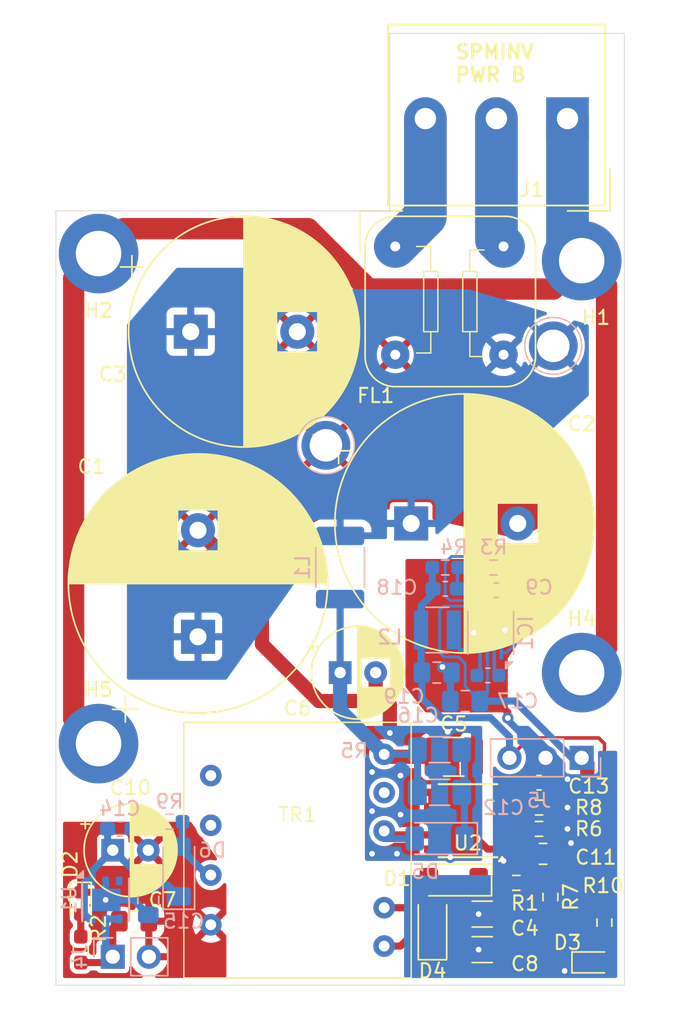
<source format=kicad_pcb>
(kicad_pcb (version 20240108) (generator "pcbnew") (generator_version "8.0")
  (title_block (title "SPMINV Power") (date "2024-11-10") (rev "B") (company "EAX Labs"))
  (layers (0 "F.Cu" signal) (31 "B.Cu" signal) (34 "B.Paste" user) (35 "F.Paste" user) (36 "B.SilkS" user "B.Silkscreen") (37 "F.SilkS" user "F.Silkscreen") (38 "B.Mask" user) (39 "F.Mask" user) (44 "Edge.Cuts" user))
  (net 0 "")
  (net 1 "Net-(J1-Pin_1)")
  (net 2 "Net-(J1-Pin_3)")
  (net 3 "Net-(J1-Pin_2)")
  (net 4 "GND")
  (net 5 "/PW_HV")
  (net 6 "/PW_SNUB")
  (net 7 "/SE_POS")
  (net 8 "Net-(C14-Pad1)")
  (net 9 "/PW_DRAIN")
  (net 10 "/SE_TC")
  (net 12 "Net-(U2-VCC)")
  (net 13 "Net-(U2-COMP)")
  (net 14 "Net-(U2-LIM)")
  (net 15 "Net-(U2-FB)")
  (net 16 "Net-(D1-K)")
  (net 17 "Net-(D1-A)")
  (net 19 "GND2")
  (net 21 "Net-(J4-Pin_1)")
  (net 22 "Net-(D2-A)")
  (net 23 "/VM")
  (net 24 "Net-(IC1-MODE)")
  (net 25 "Net-(IC1-FB)")
  (net 26 "/3V3")
  (net 27 "Net-(IC1-PHASE)")
  (net 29 "Net-(IC1-BOOT)")
  (net 30 "/15V")
  (net 31 "Net-(D3-A)")
  (footprint "Capacitor_SMD:C_1210_3225Metric" (layer "F.Cu") (at 128 100.925)
    (property "Reference" "C5" (at 0 -2.3 0) (layer "F.SilkS"))
    (property "Value" "100nF/630V")
    (pad "1" smd roundrect (at -1.475 0) (size 1.15 2.7) (layers "F.Cu" "F.Paste" "F.Mask") (roundrect_rratio 0.217391) (net 5 "/PW_HV"))
    (pad "2" smd roundrect (at 1.475 0) (size 1.15 2.7) (layers "F.Cu" "F.Paste" "F.Mask") (roundrect_rratio 0.217391) (net 4 "GND"))
  )
  (footprint "Resistor_SMD:R_0603_1608Metric_Pad0.98x0.95mm_HandSolder" (layer "F.Cu") (at 134 106)
    (property "Reference" "R6" (at 3.5 0 0) (layer "F.SilkS"))
    (property "Value" "4.7k")
    (pad "1" smd roundrect (at -0.9125 0) (size 0.975 0.95) (layers "F.Cu" "F.Paste" "F.Mask") (net 14 "Net-(U2-LIM)"))
    (pad "2" smd roundrect (at 0.9125 0) (size 0.975 0.95) (layers "F.Cu" "F.Paste" "F.Mask") (net 4 "GND"))
  )
  (footprint "Resistor_SMD:R_0603_1608Metric_Pad0.98x0.95mm_HandSolder" (layer "F.Cu") (at 138.6 112.6 -90)
    (property "Reference" "R10" (at -2.6 0.1 180) (layer "F.SilkS"))
    (property "Value" "1k")
    (pad "1" smd roundrect (at -0.9125 0 270) (size 0.975 0.95) (layers "F.Cu" "F.Paste" "F.Mask") (net 26 "/3V3"))
    (pad "2" smd roundrect (at 0.9125 0 270) (size 0.975 0.95) (layers "F.Cu" "F.Paste" "F.Mask") (net 31 "Net-(D3-A)"))
  )
  (footprint "Capacitor_SMD:C_0805_2012Metric_Pad1.18x1.45mm_HandSolder" (layer "F.Cu") (at 134.285642 107.759121)
    (property "Reference" "C11" (at 3.714358 0.240879 0) (layer "F.SilkS"))
    (property "Value" "4.7uF/25V")
    (pad "1" smd roundrect (at -1.0375 0) (size 1.175 1.45) (layers "F.Cu" "F.Paste" "F.Mask") (roundrect_rratio 0.212766) (net 12 "Net-(U2-VCC)"))
    (pad "2" smd roundrect (at 1.0375 0) (size 1.175 1.45) (layers "F.Cu" "F.Paste" "F.Mask") (roundrect_rratio 0.212766) (net 4 "GND"))
  )
  (footprint "Package_SO:SSOP-10_3.9x4.9mm_P1.00mm" (layer "F.Cu") (at 129 105.425 180)
    (property "Reference" "U2" (at 0 -1.575 0) (layer "F.SilkS"))
    (property "Value" "NCP1060AD")
    (pad "1" smd rect (at -2.55 -2 180) (size 1.1 0.51) (layers "F.Cu" "F.Paste" "F.Mask") (net 4 "GND"))
    (pad "2" smd rect (at -2.55 -1 180) (size 1.1 0.51) (layers "F.Cu" "F.Paste" "F.Mask") (net 12 "Net-(U2-VCC)"))
    (pad "3" smd rect (at -2.55 0 180) (size 1.1 0.51) (layers "F.Cu" "F.Paste" "F.Mask") (net 14 "Net-(U2-LIM)"))
    (pad "4" smd rect (at -2.55 1 180) (size 1.1 0.51) (layers "F.Cu" "F.Paste" "F.Mask") (net 15 "Net-(U2-FB)"))
    (pad "5" smd rect (at -2.55 2 180) (size 1.1 0.51) (layers "F.Cu" "F.Paste" "F.Mask") (net 13 "Net-(U2-COMP)"))
    (pad "6" smd rect (at 2.55 2 180) (size 1.1 0.51) (layers "F.Cu" "F.Paste" "F.Mask") (net 9 "/PW_DRAIN"))
    (pad "7" smd rect (at 2.55 1 180) (size 1.1 0.51) (layers "F.Cu" "F.Paste" "F.Mask") (net 9 "/PW_DRAIN"))
    (pad "8" smd rect (at 2.55 0 180) (size 1.1 0.51) (layers "F.Cu" "F.Paste" "F.Mask") (net 9 "/PW_DRAIN"))
    (pad "9" smd rect (at 2.55 -1 180) (size 1.1 0.51) (layers "F.Cu" "F.Paste" "F.Mask") (net 9 "/PW_DRAIN"))
    (pad "10" smd rect (at 2.55 -2 180) (size 1.1 0.51) (layers "F.Cu" "F.Paste" "F.Mask") (net 9 "/PW_DRAIN"))
  )
  (footprint "Capacitor_THT:CP_Radial_D6.3mm_P2.50mm" (layer "F.Cu") (at 120 95)
    (property "Reference" "C6" (at -3 2.5 0) (layer "F.SilkS"))
    (property "Value" "2.2uF/450V")
    (pad "1" thru_hole rect (at 0 0) (size 1.6 1.6) (drill 0.8) (layers "*.Cu" "*.Mask") (net 5 "/PW_HV"))
    (pad "2" thru_hole circle (at 2.5 0) (size 1.6 1.6) (drill 0.8) (layers "*.Cu" "*.Mask") (net 4 "GND"))
  )
  (footprint "LED_SMD:LED_0603_1608Metric" (layer "F.Cu") (at 101.75 111.25 -90)
    (property "Reference" "D2" (at -2.75 0.75 90) (layer "F.SilkS"))
    (property "Value" "LED")
    (pad "1" smd roundrect (at -0.7875 0 270) (size 0.875 0.95) (layers "F.Cu" "F.Paste" "F.Mask") (net 19 "GND2"))
    (pad "2" smd roundrect (at 0.7875 0 270) (size 0.875 0.95) (layers "F.Cu" "F.Paste" "F.Mask") (net 22 "Net-(D2-A)"))
  )
  (footprint "Resistor_SMD:R_0603_1608Metric_Pad0.98x0.95mm_HandSolder" (layer "F.Cu") (at 134 104.5)
    (property "Reference" "R8" (at 3.5 0 0) (layer "F.SilkS"))
    (property "Value" "1k")
    (pad "1" smd roundrect (at -0.9125 0) (size 0.975 0.95) (layers "F.Cu" "F.Paste" "F.Mask") (net 15 "Net-(U2-FB)"))
    (pad "2" smd roundrect (at 0.9125 0) (size 0.975 0.95) (layers "F.Cu" "F.Paste" "F.Mask") (net 4 "GND"))
  )
  (footprint "Diode_SMD:D_SOD-123F" (layer "F.Cu") (at 126.5 113 90)
    (property "Reference" "D4" (at -3 0 180) (layer "F.SilkS"))
    (property "Value" "PMEG6020ER")
    (pad "1" smd roundrect (at -1.4 0 90) (size 1.1 1.1) (layers "F.Cu" "F.Paste" "F.Mask") (roundrect_rratio 0.2272727273) (net 30 "/15V"))
    (pad "2" smd roundrect (at 1.4 0 90) (size 1.1 1.1) (layers "F.Cu" "F.Paste" "F.Mask") (roundrect_rratio 0.2272727273) (net 17 "Net-(D1-A)"))
  )
  (footprint "Diode_SMD:D_MiniMELF" (layer "F.Cu") (at 128 109.6 180)
    (property "Reference" "D1" (at 4 0.1 0) (layer "F.SilkS"))
    (property "Value" "1N4148")
    (pad "1" smd roundrect (at -1.75 0 180) (size 1.3 1.7) (layers "F.Cu" "F.Paste" "F.Mask") (roundrect_rratio 0.1923076923) (net 16 "Net-(D1-K)"))
    (pad "2" smd roundrect (at 1.75 0 180) (size 1.3 1.7) (layers "F.Cu" "F.Paste" "F.Mask") (roundrect_rratio 0.1923076923) (net 17 "Net-(D1-A)"))
  )
  (footprint "TerminalBlock_Altech:Altech_AK300_1x03_P5.00mm_45-Degree" (layer "F.Cu") (at 136 56 180)
    (property "Reference" "J1" (at 2.5 -5 0) (layer "F.SilkS"))
    (property "Value" "Screw_Terminal_01x03")
    (pad "1" thru_hole rect (at 0 0 180) (size 3 3) (drill 1.5) (layers "*.Cu" "*.Mask") (net 1 "Net-(J1-Pin_1)"))
    (pad "2" thru_hole circle (at 5 0 180) (size 3 3) (drill 1.5) (layers "*.Cu" "*.Mask") (net 3 "Net-(J1-Pin_2)"))
    (pad "3" thru_hole circle (at 10 0 180) (size 3 3) (drill 1.5) (layers "*.Cu" "*.Mask") (net 2 "Net-(J1-Pin_3)"))
  )
  (footprint "MountingHole:MountingHole_3.2mm_M3_DIN965_Pad_TopBottom" (layer "F.Cu") (at 103 100)
    (property "Reference" "H5" (at 0 -3.8 0) (layer "F.SilkS"))
    (property "Value" "MountingHole_Pad")
    (pad "1" thru_hole circle (at 0 0) (size 3.6 3.6) (drill 3.2) (layers "*.Cu" "*.Mask") (net 1 "Net-(J1-Pin_1)"))
    (pad "1" connect circle (at 0 0) (size 5.6 5.6) (layers "F.Cu" "F.Mask") (net 1 "Net-(J1-Pin_1)"))
    (pad "1" connect circle (at 0 0) (size 5.6 5.6) (layers "B.Cu" "B.Mask") (net 1 "Net-(J1-Pin_1)"))
  )
  (footprint "EAX:Myrra_74000" (layer "F.Cu") (at 117 107.5 180)
    (property "Reference" "TR1" (at 0 2.5 0) (layer "F.SilkS") (effects (font (thickness 0.1))))
    (property "Value" "74001")
    (pad "" thru_hole circle (at -6.1 4.05 180) (size 1.524 1.524) (drill 0.762) (layers "*.Cu" "*.Mask"))
    (pad "1" thru_hole circle (at -6.1 -6.75 180) (size 1.524 1.524) (drill 0.762) (layers "*.Cu" "*.Mask") (net 4 "GND"))
    (pad "2" thru_hole circle (at -6.1 -4.05 180) (size 1.524 1.524) (drill 0.762) (layers "*.Cu" "*.Mask") (net 17 "Net-(D1-A)"))
    (pad "3" thru_hole circle (at -6.1 1.35 180) (size 1.524 1.524) (drill 0.762) (layers "*.Cu" "*.Mask") (net 9 "/PW_DRAIN"))
    (pad "4" thru_hole circle (at -6.1 6.75 180) (size 1.524 1.524) (drill 0.762) (layers "*.Cu" "*.Mask") (net 5 "/PW_HV"))
    (pad "5" thru_hole circle (at 6.1 5.25 180) (size 1.524 1.524) (drill 0.762) (layers "*.Cu" "*.Mask"))
    (pad "6" thru_hole circle (at 6.1 1.75 180) (size 1.524 1.524) (drill 0.762) (layers "*.Cu" "*.Mask"))
    (pad "7" thru_hole circle (at 6.1 -1.75 180) (size 1.524 1.524) (drill 0.762) (layers "*.Cu" "*.Mask") (net 10 "/SE_TC"))
    (pad "8" thru_hole circle (at 6.1 -5.25 180) (size 1.524 1.524) (drill 0.762) (layers "*.Cu" "*.Mask") (net 19 "GND2"))
  )
  (footprint "Capacitor_SMD:C_0603_1608Metric_Pad1.08x0.95mm_HandSolder" (layer "F.Cu") (at 134 102.75)
    (property "Reference" "C13" (at 3.5 0.25 0) (layer "F.SilkS"))
    (property "Value" "10nF")
    (pad "1" smd roundrect (at -0.8625 0) (size 1.075 0.95) (layers "F.Cu" "F.Paste" "F.Mask") (net 13 "Net-(U2-COMP)"))
    (pad "2" smd roundrect (at 0.8625 0) (size 1.075 0.95) (layers "F.Cu" "F.Paste" "F.Mask") (net 4 "GND"))
  )
  (footprint "Resistor_SMD:R_0603_1608Metric_Pad0.98x0.95mm_HandSolder" (layer "F.Cu") (at 132.4 109.8 180)
    (property "Reference" "R1" (at -0.6 -1.43 0) (layer "F.SilkS"))
    (property "Value" "10R")
    (pad "1" smd roundrect (at -0.9125 0 180) (size 0.975 0.95) (layers "F.Cu" "F.Paste" "F.Mask") (net 12 "Net-(U2-VCC)"))
    (pad "2" smd roundrect (at 0.9125 0 180) (size 0.975 0.95) (layers "F.Cu" "F.Paste" "F.Mask") (net 16 "Net-(D1-K)"))
  )
  (footprint "Capacitor_THT:CP_Radial_D18.0mm_P7.50mm" (layer "F.Cu") (at 125 84.5)
    (property "Reference" "C2" (at 12 -7 0) (layer "F.SilkS"))
    (property "Value" "120uF/400V")
    (pad "1" thru_hole rect (at 0 0) (size 2.4 2.4) (drill 1.2) (layers "*.Cu" "*.Mask") (net 23 "/VM"))
    (pad "2" thru_hole circle (at 7.5 0) (size 2.4 2.4) (drill 1.2) (layers "*.Cu" "*.Mask") (net 4 "GND"))
  )
  (footprint "Capacitor_THT:CP_Radial_D18.0mm_P7.50mm" (layer "F.Cu") (at 110 92.47778 90)
    (property "Reference" "C1" (at 11.97778 -7.5 180) (layer "F.SilkS"))
    (property "Value" "120uF/400V")
    (pad "1" thru_hole rect (at 0 0 90) (size 2.4 2.4) (drill 1.2) (layers "*.Cu" "*.Mask") (net 23 "/VM"))
    (pad "2" thru_hole circle (at 7.5 0 90) (size 2.4 2.4) (drill 1.2) (layers "*.Cu" "*.Mask") (net 4 "GND"))
  )
  (footprint "Capacitor_THT:CP_Radial_D16.0mm_P7.50mm" (layer "F.Cu") (at 109.487246 71)
    (property "Reference" "C3" (at -5.487246 3 0) (layer "F.SilkS"))
    (property "Value" "100uF/400V")
    (pad "1" thru_hole rect (at 0 0) (size 2.4 2.4) (drill 1.2) (layers "*.Cu" "*.Mask") (net 23 "/VM"))
    (pad "2" thru_hole circle (at 7.5 0) (size 2.4 2.4) (drill 1.2) (layers "*.Cu" "*.Mask") (net 4 "GND"))
  )
  (footprint "EAX:Choke_common_12.0x12.0mm_P7.62" (layer "F.Cu") (at 123.88 65)
    (property "Reference" "FL1" (at -1.38 10.5 0) (layer "F.SilkS"))
    (property "Value" "L_Ferrite_Coupled_1243")
    (pad "1" thru_hole rect (at 0 0) (size 2 2) (drill 0.7) (layers "*.Cu" "*.Mask") (net 2 "Net-(J1-Pin_3)"))
    (pad "2" thru_hole circle (at 0 7.62) (size 2 2) (drill 0.7) (layers "*.Cu" "*.Mask") (net 4 "GND"))
    (pad "3" thru_hole circle (at 7.62 7.62) (size 2 2) (drill 0.7) (layers "*.Cu" "*.Mask") (net 23 "/VM"))
    (pad "4" thru_hole circle (at 7.62 0) (size 2 2) (drill 0.7) (layers "*.Cu" "*.Mask") (net 3 "Net-(J1-Pin_2)"))
  )
  (footprint "MountingHole:MountingHole_3.2mm_M3_DIN965_Pad_TopBottom" (layer "F.Cu") (at 103 65.5)
    (property "Reference" "H2" (at 0 4 0) (layer "F.SilkS"))
    (property "Value" "MountingHole_Pad")
    (pad "1" thru_hole circle (at 0 0) (size 3.6 3.6) (drill 3.2) (layers "*.Cu" "*.Mask") (net 1 "Net-(J1-Pin_1)"))
    (pad "1" connect circle (at 0 0) (size 5.6 5.6) (layers "F.Cu" "F.Mask") (net 1 "Net-(J1-Pin_1)"))
    (pad "1" connect circle (at 0 0) (size 5.6 5.6) (layers "B.Cu" "B.Mask") (net 1 "Net-(J1-Pin_1)"))
  )
  (footprint "Resistor_SMD:R_0603_1608Metric_Pad0.98x0.95mm_HandSolder" (layer "F.Cu") (at 134.8 110.8 -90)
    (property "Reference" "R7" (at 0 -1.43 90) (layer "F.SilkS"))
    (property "Value" "3.3k")
    (pad "1" smd roundrect (at -0.9125 0 270) (size 0.975 0.95) (layers "F.Cu" "F.Paste" "F.Mask") (net 15 "Net-(U2-FB)"))
    (pad "2" smd roundrect (at 0.9125 0 270) (size 0.975 0.95) (layers "F.Cu" "F.Paste" "F.Mask") (net 30 "/15V"))
  )
  (footprint "MountingHole:MountingHole_3.2mm_M3_DIN965_Pad_TopBottom" (layer "F.Cu") (at 137 95)
    (property "Reference" "H4" (at 0 -3.8 0) (layer "F.SilkS"))
    (property "Value" "MountingHole_Pad")
    (pad "1" thru_hole circle (at 0 0) (size 3.6 3.6) (drill 3.2) (layers "*.Cu" "*.Mask") (net 1 "Net-(J1-Pin_1)"))
    (pad "1" connect circle (at 0 0) (size 5.6 5.6) (layers "F.Cu" "F.Mask") (net 1 "Net-(J1-Pin_1)"))
    (pad "1" connect circle (at 0 0) (size 5.6 5.6) (layers "B.Cu" "B.Mask") (net 1 "Net-(J1-Pin_1)"))
  )
  (footprint "Capacitor_SMD:C_1206_3216Metric" (layer "F.Cu") (at 130 114.5 180)
    (property "Reference" "C8" (at -3 -1 0) (layer "F.SilkS"))
    (property "Value" "4.7uF/25V")
    (pad "1" smd roundrect (at -1.475 0 180) (size 1.15 1.8) (layers "F.Cu" "F.Paste" "F.Mask") (roundrect_rratio 0.217391) (net 30 "/15V"))
    (pad "2" smd roundrect (at 1.475 0 180) (size 1.15 1.8) (layers "F.Cu" "F.Paste" "F.Mask") (roundrect_rratio 0.217391) (net 4 "GND"))
  )
  (footprint "Resistor_SMD:R_0603_1608Metric_Pad0.98x0.95mm_HandSolder" (layer "F.Cu") (at 101.75 114.5 90)
    (property "Reference" "R2" (at 1.5 1.25 -90) (layer "F.SilkS"))
    (property "Value" "1k")
    (pad "1" smd roundrect (at -0.9125 0 90) (size 0.975 0.95) (layers "F.Cu" "F.Paste" "F.Mask") (net 21 "Net-(J4-Pin_1)"))
    (pad "2" smd roundrect (at 0.9125 0 90) (size 0.975 0.95) (layers "F.Cu" "F.Paste" "F.Mask") (net 22 "Net-(D2-A)"))
  )
  (footprint "LED_SMD:LED_0603_1608Metric" (layer "F.Cu") (at 137.8 115.4)
    (property "Reference" "D3" (at -1.8 -1.4 0) (layer "F.SilkS"))
    (property "Value" "LED")
    (pad "1" smd roundrect (at -0.7875 0) (size 0.875 0.95) (layers "F.Cu" "F.Paste" "F.Mask") (net 4 "GND"))
    (pad "2" smd roundrect (at 0.7875 0) (size 0.875 0.95) (layers "F.Cu" "F.Paste" "F.Mask") (net 31 "Net-(D3-A)"))
  )
  (footprint "Capacitor_SMD:C_0805_2012Metric_Pad1.18x1.45mm_HandSolder" (layer "F.Cu") (at 105.5 112.5)
    (property "Reference" "C7" (at 2 -1.5 0) (layer "F.SilkS"))
    (property "Value" "10uF/10V")
    (pad "1" smd roundrect (at -1.0375 0) (size 1.175 1.45) (layers "F.Cu" "F.Paste" "F.Mask") (roundrect_rratio 0.212766) (net 21 "Net-(J4-Pin_1)"))
    (pad "2" smd roundrect (at 1.0375 0) (size 1.175 1.45) (layers "F.Cu" "F.Paste" "F.Mask") (roundrect_rratio 0.212766) (net 19 "GND2"))
  )
  (footprint "MountingHole:MountingHole_3.2mm_M3_DIN965_Pad_TopBottom" (layer "F.Cu") (at 137 66)
    (property "Reference" "H1" (at 1 4 0) (layer "F.SilkS"))
    (property "Value" "MountingHole_Pad")
    (pad "1" thru_hole circle (at 0 0) (size 3.6 3.6) (drill 3.2) (layers "*.Cu" "*.Mask") (net 1 "Net-(J1-Pin_1)"))
    (pad "1" connect circle (at 0 0) (size 5.6 5.6) (layers "F.Cu" "F.Mask") (net 1 "Net-(J1-Pin_1)"))
    (pad "1" connect circle (at 0 0) (size 5.6 5.6) (layers "B.Cu" "B.Mask") (net 1 "Net-(J1-Pin_1)"))
  )
  (footprint "Capacitor_SMD:C_1206_3216Metric" (layer "F.Cu") (at 130 112 180)
    (property "Reference" "C4" (at -3 -1 180) (layer "F.SilkS"))
    (property "Value" "4.7uF/25V")
    (pad "1" smd roundrect (at -1.475 0 180) (size 1.15 1.8) (layers "F.Cu" "F.Paste" "F.Mask") (roundrect_rratio 0.217391) (net 30 "/15V"))
    (pad "2" smd roundrect (at 1.475 0 180) (size 1.15 1.8) (layers "F.Cu" "F.Paste" "F.Mask") (roundrect_rratio 0.217391) (net 4 "GND"))
  )
  (footprint "Capacitor_THT:CP_Radial_D6.3mm_P2.50mm" (layer "F.Cu") (at 104 107.5)
    (property "Reference" "C10" (at 1.25 -4.4 0) (layer "F.SilkS"))
    (property "Value" "330uF/10V")
    (pad "1" thru_hole rect (at 0 0) (size 1.6 1.6) (drill 0.8) (layers "*.Cu" "*.Mask") (net 7 "/SE_POS"))
    (pad "2" thru_hole circle (at 2.5 0) (size 1.6 1.6) (drill 0.8) (layers "*.Cu" "*.Mask") (net 19 "GND2"))
  )
  (footprint "Capacitor_SMD:C_0603_1608Metric_Pad1.08x0.95mm_HandSolder" (layer "B.Cu") (at 131 89.2)
    (property "Reference" "C9" (at 3 -0.2 0) (layer "B.SilkS") (effects (justify mirror)))
    (property "Value" "1uF")
    (pad "1" smd roundrect (at -0.8625 0) (size 1.075 0.95) (layers "B.Cu" "B.Paste" "B.Mask") (net 24 "Net-(IC1-MODE)"))
    (pad "2" smd roundrect (at 0.8625 0) (size 1.075 0.95) (layers "B.Cu" "B.Paste" "B.Mask") (net 4 "GND"))
  )
  (footprint "Package_SON:WSON-6-1EP_3x3mm_P0.95mm" (layer "B.Cu") (at 103.5 111 -90)
    (property "Reference" "U1" (at 0 2.575 90) (layer "B.SilkS") (effects (justify mirror)))
    (property "Value" "LP38691SD-5.0")
    (pad "1" smd roundrect (at -1.34 0.95 270) (size 0.63 0.45) (layers "B.Cu" "B.Paste" "B.Mask") (net 7 "/SE_POS"))
    (pad "2" smd roundrect (at -1.34 0 270) (size 0.63 0.45) (layers "B.Cu" "B.Paste" "B.Mask") (net 19 "GND2"))
    (pad "3" smd roundrect (at -1.34 -0.95 270) (size 0.63 0.45) (layers "B.Cu" "B.Paste" "B.Mask"))
    (pad "4" smd roundrect (at 1.34 -0.95 270) (size 0.63 0.45) (layers "B.Cu" "B.Paste" "B.Mask") (net 21 "Net-(J4-Pin_1)"))
    (pad "5" smd roundrect (at 1.34 0 270) (size 0.63 0.45) (layers "B.Cu" "B.Paste" "B.Mask") (net 21 "Net-(J4-Pin_1)"))
    (pad "6" smd roundrect (at 1.34 0.95 270) (size 0.63 0.45) (layers "B.Cu" "B.Paste" "B.Mask") (net 7 "/SE_POS"))
    (pad "7" smd rect (at -0.4 -0.525 270) (size 0.8 1.05) (layers "B.Cu" "B.Paste" "B.Mask") (net 19 "GND2"))
    (pad "7" smd rect (at -0.4 0.525 270) (size 0.8 1.05) (layers "B.Cu" "B.Paste" "B.Mask") (net 19 "GND2"))
    (pad "7" smd rect (at 0.4 -0.525 270) (size 0.8 1.05) (layers "B.Cu" "B.Paste" "B.Mask") (net 19 "GND2"))
    (pad "7" smd rect (at 0.4 0.525 270) (size 0.8 1.05) (layers "B.Cu" "B.Paste" "B.Mask") (net 19 "GND2"))
  )
  (footprint "Capacitor_SMD:C_1206_3216Metric_Pad1.33x1.80mm_HandSolder" (layer "B.Cu") (at 127 103.425)
    (property "Reference" "C12" (at 4.5 1.075 0) (layer "B.SilkS") (effects (justify mirror)))
    (property "Value" "1nF/1kV")
    (pad "1" smd roundrect (at -1.5625 0) (size 1.325 1.8) (layers "B.Cu" "B.Paste" "B.Mask") (roundrect_rratio 0.188679) (net 5 "/PW_HV"))
    (pad "2" smd roundrect (at 1.5625 0) (size 1.325 1.8) (layers "B.Cu" "B.Paste" "B.Mask") (roundrect_rratio 0.188679) (net 6 "/PW_SNUB"))
  )
  (footprint "Connector_PinHeader_2.54mm:PinHeader_1x03_P2.54mm_Vertical" (layer "B.Cu") (at 137 101 90)
    (property "Reference" "J5" (at -3 -3 180) (layer "B.SilkS") (effects (justify mirror)))
    (property "Value" "Conn_01x03")
    (pad "1" thru_hole rect (at 0 0 90) (size 1.7 1.7) (drill 1) (layers "*.Cu" "*.Mask") (net 30 "/15V"))
    (pad "2" thru_hole oval (at 0 -2.54 90) (size 1.7 1.7) (drill 1) (layers "*.Cu" "*.Mask") (net 4 "GND"))
    (pad "3" thru_hole oval (at 0 -5.08 90) (size 1.7 1.7) (drill 1) (layers "*.Cu" "*.Mask") (net 26 "/3V3"))
  )
  (footprint "EAX:H318401" (layer "B.Cu") (at 119 79 180)
    (property "Reference" "J3" (at 0 0 0) (layer "B.SilkS") (effects (font (size 1.27 1.27) (thickness 0.254)) (justify mirror)))
    (property "Value" "H3184-1" (hide yes))
    (pad "1" thru_hole circle (at 0 0 180) (size 3.435 3.435) (drill 2.29) (layers "*.Cu" "*.Mask") (net 4 "GND"))
  )
  (footprint "Inductor_SMD:L_1812_4532Metric_Pad1.30x3.40mm_HandSolder" (layer "B.Cu") (at 120 87.6 -90)
    (property "Reference" "L1" (at 0 2.65 90) (layer "B.SilkS") (effects (justify mirror)))
    (property "Value" "1mH/30mA/40R")
    (pad "1" smd roundrect (at -2.225 0 270) (size 1.3 3.4) (layers "B.Cu" "B.Paste" "B.Mask") (roundrect_rratio 0.192308) (net 23 "/VM"))
    (pad "2" smd roundrect (at 2.225 0 270) (size 1.3 3.4) (layers "B.Cu" "B.Paste" "B.Mask") (roundrect_rratio 0.192308) (net 5 "/PW_HV"))
  )
  (footprint "Capacitor_SMD:C_0805_2012Metric_Pad1.18x1.45mm_HandSolder" (layer "B.Cu") (at 106.5 111 -90)
    (property "Reference" "C15" (at 1.5 -2.5 0) (layer "B.SilkS") (effects (justify mirror)))
    (property "Value" "10uF/10V")
    (pad "1" smd roundrect (at -1.0375 0 270) (size 1.175 1.45) (layers "B.Cu" "B.Paste" "B.Mask") (roundrect_rratio 0.212766) (net 7 "/SE_POS"))
    (pad "2" smd roundrect (at 1.0375 0 270) (size 1.175 1.45) (layers "B.Cu" "B.Paste" "B.Mask") (roundrect_rratio 0.212766) (net 19 "GND2"))
  )
  (footprint "Diode_SMD:D_MiniMELF" (layer "B.Cu") (at 127 106.68 180)
    (property "Reference" "D5" (at 1 -2.32 0) (layer "B.SilkS") (effects (justify mirror)))
    (property "Value" "GL1M")
    (pad "1" smd roundrect (at -1.75 0 180) (size 1.3 1.7) (layers "B.Cu" "B.Paste" "B.Mask") (roundrect_rratio 0.1923076923) (net 6 "/PW_SNUB"))
    (pad "2" smd roundrect (at 1.75 0 180) (size 1.3 1.7) (layers "B.Cu" "B.Paste" "B.Mask") (roundrect_rratio 0.1923076923) (net 9 "/PW_DRAIN"))
  )
  (footprint "Capacitor_SMD:C_0603_1608Metric" (layer "B.Cu") (at 130.4 95.2 180)
    (property "Reference" "C17" (at -2.1 -1.8 0) (layer "B.SilkS") (effects (justify mirror)))
    (property "Value" "100nF")
    (pad "1" smd roundrect (at -0.775 0 180) (size 0.9 0.95) (layers "B.Cu" "B.Paste" "B.Mask") (net 29 "Net-(IC1-BOOT)"))
    (pad "2" smd roundrect (at 0.775 0 180) (size 0.9 0.95) (layers "B.Cu" "B.Paste" "B.Mask") (net 27 "Net-(IC1-PHASE)"))
  )
  (footprint "Capacitor_SMD:C_0805_2012Metric_Pad1.18x1.45mm_HandSolder" (layer "B.Cu") (at 128.8 97 180)
    (property "Reference" "C16" (at 3.3 -1 0) (layer "B.SilkS") (effects (justify mirror)))
    (property "Value" "4.7uF/25V")
    (pad "1" smd roundrect (at -1.0375 0 180) (size 1.175 1.45) (layers "B.Cu" "B.Paste" "B.Mask") (roundrect_rratio 0.212766) (net 30 "/15V"))
    (pad "2" smd roundrect (at 1.0375 0 180) (size 1.175 1.45) (layers "B.Cu" "B.Paste" "B.Mask") (roundrect_rratio 0.212766) (net 4 "GND"))
  )
  (footprint "Diode_SMD:D_MiniMELF" (layer "B.Cu") (at 108.65 109 90)
    (property "Reference" "D6" (at 1.5 2.35 0) (layer "B.SilkS") (effects (justify mirror)))
    (property "Value" "ES1CL")
    (pad "1" smd roundrect (at -1.75 0 90) (size 1.3 1.7) (layers "B.Cu" "B.Paste" "B.Mask") (roundrect_rratio 0.1923076923) (net 7 "/SE_POS"))
    (pad "2" smd roundrect (at 1.75 0 90) (size 1.3 1.7) (layers "B.Cu" "B.Paste" "B.Mask") (roundrect_rratio 0.1923076923) (net 10 "/SE_TC"))
  )
  (footprint "Capacitor_SMD:C_0603_1608Metric_Pad1.08x0.95mm_HandSolder" (layer "B.Cu") (at 104.5 106 180)
    (property "Reference" "C14" (at 0 1.43 0) (layer "B.SilkS") (effects (justify mirror)))
    (property "Value" "100pF")
    (pad "1" smd roundrect (at -0.8625 0 180) (size 1.075 0.95) (layers "B.Cu" "B.Paste" "B.Mask") (net 8 "Net-(C14-Pad1)"))
    (pad "2" smd roundrect (at 0.8625 0 180) (size 1.075 0.95) (layers "B.Cu" "B.Paste" "B.Mask") (net 7 "/SE_POS"))
  )
  (footprint "Package_SON:WSON-8-1EP_3x3mm_P0.5mm_EP1.2x2mm" (layer "B.Cu") (at 130.6 92.2 90)
    (property "Reference" "IC1" (at 0 2.45 90) (layer "B.SilkS") (effects (justify mirror)))
    (property "Value" "ISL85413FRTZ")
    (pad "1" smd roundrect (at -1.3875 0.75 90) (size 0.975 0.25) (layers "B.Cu" "B.Paste" "B.Mask") (net 24 "Net-(IC1-MODE)"))
    (pad "2" smd roundrect (at -1.3875 0.25 90) (size 0.975 0.25) (layers "B.Cu" "B.Paste" "B.Mask") (net 29 "Net-(IC1-BOOT)"))
    (pad "3" smd roundrect (at -1.3875 -0.25 90) (size 0.975 0.25) (layers "B.Cu" "B.Paste" "B.Mask") (net 30 "/15V"))
    (pad "4" smd roundrect (at -1.3875 -0.75 90) (size 0.975 0.25) (layers "B.Cu" "B.Paste" "B.Mask") (net 27 "Net-(IC1-PHASE)"))
    (pad "5" smd roundrect (at 1.3875 -0.75 90) (size 0.975 0.25) (layers "B.Cu" "B.Paste" "B.Mask") (net 30 "/15V"))
    (pad "6" smd roundrect (at 1.3875 -0.25 90) (size 0.975 0.25) (layers "B.Cu" "B.Paste" "B.Mask"))
    (pad "7" smd roundrect (at 1.3875 0.25 90) (size 0.975 0.25) (layers "B.Cu" "B.Paste" "B.Mask") (net 24 "Net-(IC1-MODE)"))
    (pad "8" smd roundrect (at 1.3875 0.75 90) (size 0.975 0.25) (layers "B.Cu" "B.Paste" "B.Mask") (net 25 "Net-(IC1-FB)"))
    (pad "9" smd rect (at 0 0 90) (size 1.2 2) (property pad_prop_heatsink) (layers "B.Cu" "B.Mask") (net 4 "GND"))
  )
  (footprint "Resistor_SMD:R_1206_3216Metric_Pad1.30x1.75mm_HandSolder" (layer "B.Cu") (at 127 100.425)
    (property "Reference" "R5" (at -6 0.075 0) (layer "B.SilkS") (effects (justify mirror)))
    (property "Value" "220k")
    (pad "1" smd roundrect (at -1.55 0) (size 1.3 1.75) (layers "B.Cu" "B.Paste" "B.Mask") (roundrect_rratio 0.192308) (net 5 "/PW_HV"))
    (pad "2" smd roundrect (at 1.55 0) (size 1.3 1.75) (layers "B.Cu" "B.Paste" "B.Mask") (roundrect_rratio 0.192308) (net 6 "/PW_SNUB"))
  )
  (footprint "Resistor_SMD:R_0603_1608Metric_Pad0.98x0.95mm_HandSolder" (layer "B.Cu") (at 130.8 87.6 180)
    (property "Reference" "R3" (at 0 1.43 0) (layer "B.SilkS") (effects (justify mirror)))
    (property "Value" "22k")
    (pad "1" smd roundrect (at -0.9125 0 180) (size 0.975 0.95) (layers "B.Cu" "B.Paste" "B.Mask") (net 4 "GND"))
    (pad "2" smd roundrect (at 0.9125 0 180) (size 0.975 0.95) (layers "B.Cu" "B.Paste" "B.Mask") (net 25 "Net-(IC1-FB)"))
  )
  (footprint "Capacitor_SMD:C_0603_1608Metric_Pad1.08x0.95mm_HandSolder" (layer "B.Cu") (at 127.4 89.1)
    (property "Reference" "C18" (at -3.4 -0.1 0) (layer "B.SilkS") (effects (justify mirror)))
    (property "Value" "100pF")
    (pad "1" smd roundrect (at -0.8625 0) (size 1.075 0.95) (layers "B.Cu" "B.Paste" "B.Mask") (net 26 "/3V3"))
    (pad "2" smd roundrect (at 0.8625 0) (size 1.075 0.95) (layers "B.Cu" "B.Paste" "B.Mask") (net 25 "Net-(IC1-FB)"))
  )
  (footprint "Capacitor_SMD:C_0805_2012Metric_Pad1.18x1.45mm_HandSolder" (layer "B.Cu") (at 126.8 95)
    (property "Reference" "C19" (at -2.3 1.68 0) (layer "B.SilkS") (effects (justify mirror)))
    (property "Value" "10uF/10V")
    (pad "1" smd roundrect (at -1.0375 0) (size 1.175 1.45) (layers "B.Cu" "B.Paste" "B.Mask") (roundrect_rratio 0.212766) (net 26 "/3V3"))
    (pad "2" smd roundrect (at 1.0375 0) (size 1.175 1.45) (layers "B.Cu" "B.Paste" "B.Mask") (roundrect_rratio 0.212766) (net 4 "GND"))
  )
  (footprint "Resistor_SMD:R_0603_1608Metric_Pad0.98x0.95mm_HandSolder" (layer "B.Cu") (at 108 105.5 180)
    (property "Reference" "R9" (at 0 1.43 0) (layer "B.SilkS") (effects (justify mirror)))
    (property "Value" "10R")
    (pad "1" smd roundrect (at -0.9125 0 180) (size 0.975 0.95) (layers "B.Cu" "B.Paste" "B.Mask") (net 10 "/SE_TC"))
    (pad "2" smd roundrect (at 0.9125 0 180) (size 0.975 0.95) (layers "B.Cu" "B.Paste" "B.Mask") (net 8 "Net-(C14-Pad1)"))
  )
  (footprint "EAX:H318401" (layer "B.Cu") (at 135 72 180)
    (property "Reference" "J2" (at 0 0 0) (layer "B.SilkS") (effects (font (size 1.27 1.27) (thickness 0.254)) (justify mirror)))
    (property "Value" "H3184-1" (hide yes))
    (pad "1" thru_hole circle (at 0 0 180) (size 3.435 3.435) (drill 2.29) (layers "*.Cu" "*.Mask") (net 23 "/VM"))
  )
  (footprint "Connector_PinHeader_2.54mm:PinHeader_1x02_P2.54mm_Vertical" (layer "B.Cu") (at 104 115 -90)
    (property "Reference" "J4" (at 0 2.33 90) (layer "B.SilkS") (effects (justify mirror)))
    (property "Value" "Conn_01x02")
    (pad "1" thru_hole rect (at 0 0 270) (size 1.7 1.7) (drill 1) (layers "*.Cu" "*.Mask") (net 21 "Net-(J4-Pin_1)"))
    (pad "2" thru_hole oval (at 0 -2.54 270) (size 1.7 1.7) (drill 1) (layers "*.Cu" "*.Mask") (net 19 "GND2"))
  )
  (footprint "Resistor_SMD:R_0603_1608Metric_Pad0.98x0.95mm_HandSolder" (layer "B.Cu") (at 127.4 87.6 180)
    (property "Reference" "R4" (at -0.6 1.43 0) (layer "B.SilkS") (effects (justify mirror)))
    (property "Value" "100k")
    (pad "1" smd roundrect (at -0.9125 0 180) (size 0.975 0.95) (layers "B.Cu" "B.Paste" "B.Mask") (net 25 "Net-(IC1-FB)"))
    (pad "2" smd roundrect (at 0.9125 0 180) (size 0.975 0.95) (layers "B.Cu" "B.Paste" "B.Mask") (net 26 "/3V3"))
  )
  (footprint "Inductor_SMD:L_Abracon_ASPI-3012S" (layer "B.Cu") (at 126.85 92 180)
    (property "Reference" "L2" (at 3.35 -0.5 0) (layer "B.SilkS") (effects (justify mirror)))
    (property "Value" "33uH")
    (pad "1" smd rect (at -1.15 0 180) (size 1 2.75) (layers "B.Cu" "B.Paste" "B.Mask") (net 27 "Net-(IC1-PHASE)"))
    (pad "2" smd rect (at 1.15 0 180) (size 1 2.75) (layers "B.Cu" "B.Paste" "B.Mask") (net 26 "/3V3"))
  )
  (gr_line (start 123.5 50) (end 140 50) (stroke (width 0.05)) (layer "Edge.Cuts"))
  (gr_line (start 100 117) (end 100 62.5) (stroke (width 0.05)) (layer "Edge.Cuts"))
  (gr_line (start 140 50) (end 140 117) (stroke (width 0.05)) (layer "Edge.Cuts"))
  (gr_line (start 123.5 62.5) (end 123.5 50) (stroke (width 0.05)) (layer "Edge.Cuts"))
  (gr_line (start 140 117) (end 100 117) (stroke (width 0.05)) (layer "Edge.Cuts"))
  (gr_line (start 100 62.5) (end 123.5 62.5) (stroke (width 0.05)) (layer "Edge.Cuts"))
  (gr_text "SPMINV\nPWR B" (at 128 53.5 0) (layer "F.SilkS") (effects (font (size 1 1) (thickness 0.2)) (justify left bottom)))
  (segment (start 136 56) (end 136 65) (width 3) (layer "F.Cu") (net 1))
  (segment (start 103 100) (end 101.25 98.25) (width 1.5) (layer "F.Cu") (net 1))
  (segment (start 122 68) (end 135 68) (width 1.5) (layer "F.Cu") (net 1))
  (segment (start 138.75 93.25) (end 138.75 67.75) (width 1.5) (layer "F.Cu") (net 1))
  (segment (start 137 95) (end 138.75 93.25) (width 1.5) (layer "F.Cu") (net 1))
  (segment (start 101.25 98.25) (end 101.25 67.25) (width 1.5) (layer "F.Cu") (net 1))
  (segment (start 135 68) (end 137 66) (width 1.5) (layer "F.Cu") (net 1))
  (segment (start 101.25 67.25) (end 103 65.5) (width 1.5) (layer "F.Cu") (net 1))
  (segment (start 117.75 63.75) (end 122 68) (width 1.5) (layer "F.Cu") (net 1))
  (segment (start 103 65.5) (end 104.75 63.75) (width 1.5) (layer "F.Cu") (net 1))
  (segment (start 138.75 67.75) (end 137 66) (width 1.5) (layer "F.Cu") (net 1))
  (segment (start 136 65) (end 137 66) (width 3) (layer "F.Cu") (net 1))
  (segment (start 104.75 63.75) (end 117.75 63.75) (width 1.5) (layer "F.Cu") (net 1))
  (segment (start 136 65) (end 137 66) (width 3) (layer "B.Cu") (net 1))
  (segment (start 136 56) (end 136 65) (width 3) (layer "B.Cu") (net 1))
  (segment (start 126 62.88) (end 123.88 65) (width 3) (layer "F.Cu") (net 2))
  (segment (start 126 56) (end 126 62.88) (width 3) (layer "F.Cu") (net 2))
  (segment (start 126 56) (end 126 62.88) (width 3) (layer "B.Cu") (net 2))
  (segment (start 126 62.88) (end 123.88 65) (width 3) (layer "B.Cu") (net 2))
  (segment (start 131 64.5) (end 131.5 65) (width 3) (layer "F.Cu") (net 3))
  (segment (start 131 56) (end 131 64.5) (width 3) (layer "F.Cu") (net 3))
  (segment (start 131 64.5) (end 131.5 65) (width 3) (layer "B.Cu") (net 3))
  (segment (start 131 56) (end 131 64.5) (width 3) (layer "B.Cu") (net 3))
  (segment (start 127.7125 113.6875) (end 127.7125 113) (width 0.5) (layer "F.Cu") (net 4))
  (segment (start 136.082263 107) (end 135.323142 107.759121) (width 0.5) (layer "F.Cu") (net 4))
  (segment (start 137.0125 115.4) (end 136.4 115.4) (width 0.5) (layer "F.Cu") (net 4))
  (segment (start 131.801041 97.801041) (end 131.4 97.4) (width 0.5) (layer "F.Cu") (net 4))
  (segment (start 131.55 108.2) (end 131.5 108.25) (width 0.5) (layer "F.Cu") (net 4))
  (segment (start 122.5 96.25) (end 123.5 97.25) (width 1) (layer "F.Cu") (net 4))
  (segment (start 129.75 112) (end 128.7125 112) (width 0.5) (layer "F.Cu") (net 4))
  (segment (start 122.5 96.25) (end 121.75 97) (width 1) (layer "F.Cu") (net 4))
  (segment (start 124.25 114.25) (end 123.1 114.25) (width 0.5) (layer "F.Cu") (net 4))
  (segment (start 123.5 97.25) (end 123.5 99.25) (width 1) (layer "F.Cu") (net 4))
  (segment (start 134.8625 105.95) (end 134.9125 106) (width 0.5) (layer "F.Cu") (net 4))
  (segment (start 134.9125 106) (end 136 106) (width 0.5) (layer "F.Cu") (net 4))
  (segment (start 114.5 93) (end 114.5 89.47778) (width 1) (layer "F.Cu") (net 4))
  (segment (start 134.8625 102.75) (end 135.75 102.75) (width 0.5) (layer "F.Cu") (net 4))
  (segment (start 128.7125 112) (end 127.7125 113) (width 0.5) (layer "F.Cu") (net 4))
  (segment (start 127.75 108) (end 128.25 107.75) (width 0.5) (layer "F.Cu") (net 4))
  (segment (start 127.7125 113) (end 125.5 113) (width 0.5) (layer "F.Cu") (net 4))
  (segment (start 131.55 107.425) (end 130.375 107.425) (width 0.5) (layer "F.Cu") (net 4))
  (segment (start 131.801041 98.198959) (end 131.801041 97.801041) (width 0.5) (layer "F.Cu") (net 4))
  (segment (start 130.375 107.425) (end 129.475 106.525) (width 0.5) (layer "F.Cu") (net 4))
  (segment (start 128.525 114.5) (end 129.75 114.5) (width 0.5) (layer "F.Cu") (net 4))
  (segment (start 129.475 100.925) (end 129.475 106.525) (width 1) (layer "F.Cu") (net 4))
  (segment (start 135.75 102.75) (end 136 102.5) (width 0.5) (layer "F.Cu") (net 4))
  (segment (start 136.4 115.4) (end 135.8 116) (width 0.5) (layer "F.Cu") (net 4))
  (segment (start 134.9125 104.5) (end 136 104.5) (width 0.5) (layer "F.Cu") (net 4))
  (segment (start 125.5 113) (end 124.25 114.25) (width 0.5) (layer "F.Cu") (net 4))
  (segment (start 118.5 97) (end 114.5 93) (width 1) (layer "F.Cu") (net 4))
  (segment (start 128.25 107.75) (end 129.475 106.525) (width 0.5) (layer "F.Cu") (net 4))
  (segment (start 121.75 97) (end 118.5 97) (width 1) (layer "F.Cu") (net 4))
  (segment (start 131.55 107.425) (end 131.55 108.2) (width 0.5) (layer "F.Cu") (net 4))
  (segment (start 114.5 89.47778) (end 110 84.97778) (width 1) (layer "F.Cu") (net 4))
  (segment (start 136.25 107) (end 136.082263 107) (width 0.5) (layer "F.Cu") (net 4))
  (segment (start 122.5 95) (end 122.5 96.25) (width 1) (layer "F.Cu") (net 4))
  (segment (start 128.525 114.5) (end 127.7125 113.6875) (width 0.5) (layer "F.Cu") (net 4))
  (via (at 129.75 114.5) (size 0.8) (drill 0.4) (layers "F.Cu" "B.Cu") (net 4))
  (via (at 136 102.5) (size 0.8) (drill 0.4) (layers "F.Cu" "B.Cu") (net 4))
  (via (at 124.25 102.25) (size 0.8) (drill 0.4) (layers "F.Cu" "B.Cu") (net 4))
  (via (at 122.25 107.75) (size 0.8) (drill 0.4) (layers "F.Cu" "B.Cu") (net 4))
  (via (at 123.5 99.25) (size 0.8) (drill 0.4) (layers "F.Cu" "B.Cu") (net 4))
  (via (at 131.5 108.25) (size 0.8) (drill 0.4) (layers "F.Cu" "B.Cu") (net 4))
  (via (at 136 104.5) (size 0.8) (drill 0.4) (layers "F.Cu" "B.Cu") (net 4))
  (via (at 124.25 105) (size 0.8) (drill 0.4) (layers "F.Cu" "B.Cu") (net 4))
  (via (at 129.4 92.2) (size 0.8) (drill 0.4) (layers "F.Cu" "B.Cu") (net 4))
  (via (at 122.25 104.75) (size 0.8) (drill 0.4) (layers "F.Cu" "B.Cu") (net 4))
  (via (at 136 106) (size 0.8) (drill 0.4) (layers "F.Cu" "B.Cu") (net 4))
  (via (at 131.6 92) (size 0.8) (drill 0.4) (layers "F.Cu" "B.Cu") (net 4))
  (via (at 127.574091 99.168709) (size 0.8) (drill 0.4) (layers "F.Cu" "B.Cu") (net 4))
  (via (at 129.75 112) (size 0.8) (drill 0.4) (layers "F.Cu" "B.Cu") (net 4))
  (via (at 124 107.75) (size 0.8) (drill 0.4) (layers "F.Cu" "B.Cu") (net 4))
  (via (at 131.801041 98.198959) (size 0.8) (drill 0.4) (layers "F.Cu" "B.Cu") (net 4))
  (via (at 135.8 116) (size 0.8) (drill 0.4) (layers "F.Cu" "B.Cu") (net 4))
  (via (at 136.25 107) (size 0.8) (drill 0.4) (layers "F.Cu" "B.Cu") (net 4))
  (via (at 122.25 102) (size 0.8) (drill 0.4) (layers "F.Cu" "B.Cu") (net 4))
  (via (at 127.2 94.6) (size 0.8) (drill 0.4) (layers "F.Cu" "B.Cu") (net 4))
  (via (at 127.75 108) (size 0.8) (drill 0.4) (layers "F.Cu" "B.Cu") (net 4))
  (segment (start 131.7125 87.6) (end 131.7125 89.05) (width 0.5) (layer "B.Cu") (net 4))
  (segment (start 131.801041 98.198959) (end 131.801041 98.341041) (width 0.5) (layer "B.Cu") (net 4))
  (segment (start 127.2 94.6) (end 127.4375 94.6) (width 0.5) (layer "B.Cu") (net 4))
  (segment (start 132.2 91.6) (end 131.8 92) (width 0.5) (layer "B.Cu") (net 4))
  (segment (start 132.2 89.5375) (end 132.2 91.6) (width 0.5) (layer "B.Cu") (net 4))
  (segment (start 131.6 92.2) (end 130.6 92.2) (width 0.5) (layer "B.Cu") (net 4))
  (segment (start 131.801041 98.341041) (end 134.46 101) (width 0.5) (layer "B.Cu") (net 4))
  (segment (start 131.8 92) (end 131.6 92) (width 0.5) (layer "B.Cu") (net 4))
  (segment (start 127.7625 95.075) (end 127.8375 95) (width 0.5) (layer "B.Cu") (net 4))
  (segment (start 131.6 92.2) (end 131.6 92.2) (width 0.5) (layer "B.Cu") (net 4))
  (segment (start 127.7625 97) (end 127.7625 95.075) (width 0.5) (layer "B.Cu") (net 4))
  (segment (start 131.7125 89.05) (end 131.8625 89.2) (width 0.5) (layer "B.Cu") (net 4))
  (segment (start 131.6 92) (end 131.6 92.2) (width 0.5) (layer "B.Cu") (net 4))
  (segment (start 127.4375 94.6) (end 127.8375 95) (width 0.5) (layer "B.Cu") (net 4))
  (segment (start 131.8625 89.2) (end 132.2 89.5375) (width 0.5) (layer "B.Cu") (net 4))
  (segment (start 123.275 100.925) (end 123.1 100.75) (width 1) (layer "F.Cu") (net 5))
  (segment (start 126.525 100.925) (end 123.275 100.925) (width 1) (layer "F.Cu") (net 5))
  (segment (start 125.45 100.425) (end 125.45 103.4125) (width 0.5) (layer "B.Cu") (net 5))
  (segment (start 125.125 100.75) (end 125.45 100.425) (width 0.5) (layer "B.Cu") (net 5))
  (segment (start 123.1 100.75) (end 125.125 100.75) (width 0.5) (layer "B.Cu") (net 5))
  (segment (start 120 97.65) (end 123.1 100.75) (width 1) (layer "B.Cu") (net 5))
  (segment (start 120 95) (end 120 89.825) (width 0.5) (layer "B.Cu") (net 5))
  (segment (start 120 95) (end 120 97.65) (width 1) (layer "B.Cu") (net 5))
  (segment (start 125.45 103.4125) (end 125.4375 103.425) (width 0.5) (layer "B.Cu") (net 5))
  (segment (start 128.75 106.68) (end 128.75 100.625) (width 0.5) (layer "B.Cu") (net 6))
  (segment (start 128.75 100.625) (end 128.55 100.425) (width 0.5) (layer "B.Cu") (net 6))
  (segment (start 103.6375 107.1375) (end 104 107.5) (width 0.5) (layer "B.Cu") (net 7))
  (segment (start 104.0375 107.5) (end 106.5 109.9625) (width 0.5) (layer "B.Cu") (net 7))
  (segment (start 103.6375 106) (end 103.6375 107.1375) (width 0.5) (layer "B.Cu") (net 7))
  (segment (start 107.8625 109.9625) (end 108.65 110.75) (width 0.5) (layer "B.Cu") (net 7))
  (segment (start 102.55 108.95) (end 104 107.5) (width 0.5) (layer "B.Cu") (net 7))
  (segment (start 104 107.5) (end 104.0375 107.5) (width 0.5) (layer "B.Cu") (net 7))
  (segment (start 102.09 109.66) (end 102.55 109.66) (width 0.5) (layer "B.Cu") (net 7))
  (segment (start 106.5 109.9625) (end 107.8625 109.9625) (width 0.5) (layer "B.Cu") (net 7))
  (segment (start 102 112) (end 102 109.75) (width 0.5) (layer "B.Cu") (net 7))
  (segment (start 102.34 112.34) (end 102 112) (width 0.5) (layer "B.Cu") (net 7))
  (segment (start 102 109.75) (end 102.09 109.66) (width 0.5) (layer "B.Cu") (net 7))
  (segment (start 102.55 109.66) (end 102.55 108.95) (width 0.5) (layer "B.Cu") (net 7))
  (segment (start 102.55 112.34) (end 102.34 112.34) (width 0.5) (layer "B.Cu") (net 7))
  (segment (start 107.0875 105.5) (end 105.8625 105.5) (width 0.5) (layer "B.Cu") (net 8))
  (segment (start 105.8625 105.5) (end 105.3625 106) (width 0.5) (layer "B.Cu") (net 8))
  (segment (start 126.45 103.425) (end 126.45 107.425) (width 0.5) (layer "F.Cu") (net 9))
  (segment (start 123.375 106.425) (end 123.1 106.15) (width 0.5) (layer "F.Cu") (net 9))
  (segment (start 126.45 106.425) (end 123.375 106.425) (width 0.5) (layer "F.Cu") (net 9))
  (segment (start 123.13 106.68) (end 123.1 106.65) (width 0.5) (layer "B.Cu") (net 9))
  (segment (start 125.25 106.68) (end 123.13 106.68) (width 0.5) (layer "B.Cu") (net 9))
  (segment (start 108.9125 105.5) (end 108.9125 106.9875) (width 0.5) (layer "B.Cu") (net 10))
  (segment (start 110.9 109.25) (end 110.65 109.25) (width 0.5) (layer "B.Cu") (net 10))
  (segment (start 108.9125 106.9875) (end 108.65 107.25) (width 0.5) (layer "B.Cu") (net 10))
  (segment (start 110.65 109.25) (end 108.65 107.25) (width 0.5) (layer "B.Cu") (net 10))
  (segment (start 133.3125 107.823479) (end 133.248142 107.759121) (width 0.25) (layer "F.Cu") (net 12))
  (segment (start 133.3125 109.8) (end 133.3125 107.823479) (width 0.25) (layer "F.Cu") (net 12))
  (segment (start 131.914021 106.425) (end 133.248142 107.759121) (width 0.25) (layer "F.Cu") (net 12))
  (segment (start 131.55 106.425) (end 131.914021 106.425) (width 0.25) (layer "F.Cu") (net 12))
  (segment (start 131.55 103.425) (end 132.7125 103.425) (width 0.5) (layer "F.Cu") (net 13))
  (segment (start 132.7125 103.425) (end 133.1375 103) (width 0.5) (layer "F.Cu") (net 13))
  (segment (start 132.5125 105.425) (end 133.0875 106) (width 0.5) (layer "F.Cu") (net 14))
  (segment (start 131.55 105.425) (end 132.5125 105.425) (width 0.5) (layer "F.Cu") (net 14))
  (segment (start 133.0875 104.5) (end 133.622924 104.5) (width 0.25) (layer "F.Cu") (net 15))
  (segment (start 134.060811 104.937887) (end 134.060811 106.93919) (width 0.25) (layer "F.Cu") (net 15))
  (segment (start 133.0125 104.425) (end 133.0875 104.5) (width 0.5) (layer "F.Cu") (net 15))
  (segment (start 133.622924 104.5) (end 134.060811 104.937887) (width 0.25) (layer "F.Cu") (net 15))
  (segment (start 134.060811 106.93919) (end 134.160642 107.039021) (width 0.25) (layer "F.Cu") (net 15))
  (segment (start 131.55 104.425) (end 133.0125 104.425) (width 0.5) (layer "F.Cu") (net 15))
  (segment (start 134.160642 109.248142) (end 134.8 109.8875) (width 0.25) (layer "F.Cu") (net 15))
  (segment (start 134.160642 107.039021) (end 134.160642 109.248142) (width 0.25) (layer "F.Cu") (net 15))
  (segment (start 131.4875 109.8) (end 129.95 109.8) (width 0.5) (layer "F.Cu") (net 16))
  (segment (start 129.95 109.8) (end 129.75 109.6) (width 0.5) (layer "F.Cu") (net 16))
  (segment (start 123.1 111.55) (end 126.45 111.55) (width 0.5) (layer "F.Cu") (net 17))
  (segment (start 126.45 111.55) (end 126.5 111.6) (width 0.5) (layer "F.Cu") (net 17))
  (segment (start 126.25 109.5) (end 126.25 111.35) (width 0.5) (layer "F.Cu") (net 17))
  (segment (start 126.25 111.35) (end 126.5 111.6) (width 0.5) (layer "F.Cu") (net 17))
  (via (at 103.5 111) (size 0.8) (drill 0.4) (layers "F.Cu" "B.Cu") (net 19))
  (segment (start 103.5 109.66) (end 103.5 111) (width 0.5) (layer "B.Cu") (net 19))
  (segment (start 105.4625 111) (end 106.5 112.0375) (width 0.5) (layer "B.Cu") (net 19))
  (segment (start 103.5 111) (end 105.4625 111) (width 0.5) (layer "B.Cu") (net 19))
  (segment (start 103.5875 115.4125) (end 104 115) (width 0.5) (layer "F.Cu") (net 21))
  (segment (start 104 112.9625) (end 104.4625 112.5) (width 0.5) (layer "F.Cu") (net 21))
  (segment (start 101.75 115.4125) (end 103.5875 115.4125) (width 0.5) (layer "F.Cu") (net 21))
  (segment (start 104 115) (end 104 112.9625) (width 0.5) (layer "F.Cu") (net 21))
  (segment (start 103.5 112.34) (end 103.5 114.5) (width 0.5) (layer "B.Cu") (net 21))
  (segment (start 103.5 112.34) (end 104.45 112.34) (width 0.5) (layer "B.Cu") (net 21))
  (segment (start 103.5 114.5) (end 104 115) (width 0.5) (layer "B.Cu") (net 21))
  (segment (start 101.75 113.5875) (end 101.75 112.0375) (width 0.5) (layer "F.Cu") (net 22))
  (segment (start 130.85 90.8125) (end 130.85 90.1125) (width 0.2) (layer "B.Cu") (net 24))
  (segment (start 127.833278 86.825) (end 132.191722 86.825) (width 0.2) (layer "B.Cu") (net 24))
  (segment (start 127.4 89.6) (end 127.4 87.258278) (width 0.2) (layer "B.Cu") (net 24))
  (segment (start 130.1375 89.2) (end 129.4125 89.925) (width 0.2) (layer "B.Cu") (net 24))
  (segment (start 131.7 93.6) (end 131.3625 93.6) (width 0.2) (layer "B.Cu") (net 24))
  (segment (start 132.75 92.55) (end 131.7 93.6) (width 0.2) (layer "B.Cu") (net 24))
  (segment (start 127.4 87.258278) (end 127.833278 86.825) (width 0.2) (layer "B.Cu") (net 24))
  (segment (start 130.85 90.1125) (end 129.9375 89.2) (width 0.2) (layer "B.Cu") (net 24))
  (segment (start 132.191722 86.825) (end 132.75 87.383278) (width 0.2) (layer "B.Cu") (net 24))
  (segment (start 132.75 87.383278) (end 132.75 92.55) (width 0.2) (layer "B.Cu") (net 24))
  (segment (start 129.4125 89.925) (end 127.725 89.925) (width 0.2) (layer "B.Cu") (net 24))
  (segment (start 127.725 89.925) (end 127.4 89.6) (width 0.2) (layer "B.Cu") (net 24))
  (segment (start 131.3625 93.6) (end 131.35 93.5875) (width 0.2) (layer "B.Cu") (net 24))
  (segment (start 131 89.641722) (end 131 88.7125) (width 0.2) (layer "B.Cu") (net 25))
  (segment (start 131 88.7125) (end 129.8875 87.6) (width 0.2) (layer "B.Cu") (net 25))
  (segment (start 129.8875 87.6) (end 128.3125 87.6) (width 0.25) (layer "B.Cu") (net 25))
  (segment (start 131.35 90.8125) (end 131.35 89.991722) (width 0.2) (layer "B.Cu") (net 25))
  (segment (start 128.2625 87.65) (end 128.3125 87.6) (width 0.25) (layer "B.Cu") (net 25))
  (segment (start 128.2625 89.2) (end 128.2625 87.65) (width 0.25) (layer "B.Cu") (net 25))
  (segment (start 131.35 89.991722) (end 131 89.641722) (width 0.2) (layer "B.Cu") (net 25))
  (segment (start 133.32 99.6) (end 131.92 101) (width 0.25) (layer "F.Cu") (net 26))
  (segment (start 138.6 100) (end 138.2 99.6) (width 0.25) (layer "F.Cu") (net 26))
  (segment (start 138.2 99.6) (end 133.32 99.6) (width 0.25) (layer "F.Cu") (net 26))
  (segment (start 138.6 111.6875) (end 138.6 100) (width 0.25) (layer "F.Cu") (net 26))
  (segment (start 125.7 90.3) (end 125.7 92) (width 0.5) (layer "B.Cu") (net 26))
  (segment (start 126.4875 87.6) (end 126.4875 89.5125) (width 0.5) (layer "B.Cu") (net 26))
  (segment (start 125.7 92) (end 125.7 94.9375) (width 0.5) (layer "B.Cu") (net 26))
  (segment (start 126.4875 89.5125) (end 125.7 90.3) (width 0.5) (layer "B.Cu") (net 26))
  (segment (start 130.575 98.175) (end 131.92 99.52) (width 0.5) (layer "B.Cu") (net 26))
  (segment (start 131.92 99.52) (end 131.92 101) (width 0.5) (layer "B.Cu") (net 26))
  (segment (start 127.128122 98.175) (end 130.575 98.175) (width 0.5) (layer "B.Cu") (net 26))
  (segment (start 125.7 94.9375) (end 125.7625 95) (width 0.5) (layer "B.Cu") (net 26))
  (segment (start 125.7625 96.809378) (end 127.128122 98.175) (width 0.5) (layer "B.Cu") (net 26))
  (segment (start 125.7625 95) (end 125.7625 96.809378) (width 0.5) (layer "B.Cu") (net 26))
  (segment (start 129.6625 93.4) (end 129.85 93.5875) (width 0.25) (layer "B.Cu") (net 27))
  (segment (start 128.4 93.4) (end 129.6625 93.4) (width 0.25) (layer "B.Cu") (net 27))
  (segment (start 129.85 94.975) (end 129.625 95.2) (width 0.25) (layer "B.Cu") (net 27))
  (segment (start 128 92) (end 128 93) (width 0.25) (layer "B.Cu") (net 27))
  (segment (start 129.85 93.5875) (end 129.85 94.975) (width 0.25) (layer "B.Cu") (net 27))
  (segment (start 128 93) (end 128.4 93.4) (width 0.25) (layer "B.Cu") (net 27))
  (segment (start 130.85 95.075) (end 130.975 95.2) (width 0.25) (layer "B.Cu") (net 29))
  (segment (start 130.85 93.5875) (end 130.85 95.075) (width 0.25) (layer "B.Cu") (net 29))
  (segment (start 129.975 116) (end 131.475 114.5) (width 0.5) (layer "F.Cu") (net 30))
  (segment (start 134.8 111.7125) (end 131.7625 111.7125) (width 0.5) (layer "F.Cu") (net 30))
  (segment (start 131.475 114.5) (end 131.475 112) (width 0.5) (layer "F.Cu") (net 30))
  (segment (start 131.475 114.5) (end 135.7 114.5) (width 1) (layer "F.Cu") (net 30))
  (segment (start 126.5 114.4) (end 126.5 114.95) (width 0.5) (layer "F.Cu") (net 30))
  (segment (start 131.7625 111.7125) (end 131.475 112) (width 0.5) (layer "F.Cu") (net 30))
  (segment (start 127.55 116) (end 129.975 116) (width 0.5) (layer "F.Cu") (net 30))
  (segment (start 135.7 114.5) (end 137.4 112.8) (width 1) (layer "F.Cu") (net 30))
  (segment (start 137.1 101.1) (end 137 101) (width 0.5) (layer "F.Cu") (net 30))
  (segment (start 137.4 112.8) (end 137.4 101.4) (width 1) (layer "F.Cu") (net 30))
  (segment (start 131.975 111.5) (end 131.475 112) (width 0.25) (layer "F.Cu") (net 30))
  (segment (start 126.5 114.95) (end 127.55 116) (width 0.5) (layer "F.Cu") (net 30))
  (segment (start 137.4 101.4) (end 137 101) (width 1) (layer "F.Cu") (net 30))
  (segment (start 128.8 95.9625) (end 129.8375 97) (width 0.2) (layer "B.Cu") (net 30))
  (segment (start 127 93.6) (end 127.3 93.9) (width 0.2) (layer "B.Cu") (net 30))
  (segment (start 128.334744 93.9) (end 128.8 94.365256) (width 0.2) (layer "B.Cu") (net 30))
  (segment (start 132.298478 97) (end 136.298478 101) (width 0.5) (layer "B.Cu") (net 30))
  (segment (start 127.275 90.325) (end 127 90.6) (width 0.2) (layer "B.Cu") (net 30))
  (segment (start 127 90.6) (end 127 93.6) (width 0.2) (layer "B.Cu") (net 30))
  (segment (start 129.3625 90.325) (end 127.275 90.325) (width 0.2) (layer "B.Cu") (net 30))
  (segment (start 129.85 90.8125) (end 129.3625 90.325) (width 0.2) (layer "B.Cu") (net 30))
  (segment (start 130.375 96.4625) (end 129.8375 97) (width 0.2) (layer "B.Cu") (net 30))
  (segment (start 130.35 93.5875) (end 130.375 93.6125) (width 0.2) (layer "B.Cu") (net 30))
  (segment (start 130.375 93.6125) (end 130.375 96.4625) (width 0.2) (layer "B.Cu") (net 30))
  (segment (start 128.8 94.365256) (end 128.8 95.9625) (width 0.2) (layer "B.Cu") (net 30))
  (segment (start 136.298478 101) (end 137 101) (width 0.5) (layer "B.Cu") (net 30))
  (segment (start 129.8375 97) (end 132.298478 97) (width 0.5) (layer "B.Cu") (net 30))
  (segment (start 127.3 93.9) (end 128.334744 93.9) (width 0.2) (layer "B.Cu") (net 30))
  (segment (start 138.5875 115.4) (end 138.5875 113.525) (width 0.25) (layer "F.Cu") (net 31))
  (segment (start 138.5875 113.525) (end 138.6 113.5125) (width 0.25) (layer "F.Cu") (net 31))
  (zone (net 4) (net_name "GND") (layer "F.Cu") (priority 3) (connect_pads (clearance 0.3)) (min_thickness 0.25) (fill yes (thermal_gap 0.5) (thermal_bridge_width 0.5))
    (polygon (pts (xy 108 87) (xy 113 87) (xy 121 83) (xy 132.6 85.6) (xy 134.5 84.5) (xy 132.49 79.5) (xy 124.49 69.5) (xy 114 68.5) (xy 108 83)))
  )
  (zone (net 4) (net_name "GND") (layer "F.Cu") (priority 4) (connect_pads (clearance 0.3)) (min_thickness 0.25) (fill yes (thermal_gap 0.5) (thermal_bridge_width 0.5))
    (polygon (pts (xy 124.6 87) (xy 133 87) (xy 133 92.2) (xy 131.8 94) (xy 131.8 97.8) (xy 126 97.8) (xy 124.6 96)))
  )
  (zone (net 19) (net_name "GND2") (layer "F.Cu") (connect_pads (clearance 0.3)) (min_thickness 0.25) (fill yes (thermal_gap 0.5) (thermal_bridge_width 0.5))
    (polygon (pts (xy 100 105.5) (xy 109.5 105.5) (xy 112 109) (xy 112 117) (xy 100 117)))
  )
  (zone (net 4) (net_name "GND") (layers "F&B.Cu") (priority 1) (connect_pads (clearance 0.3)) (min_thickness 0.25) (fill yes (thermal_gap 0.5) (thermal_bridge_width 0.5))
    (polygon (pts (xy 121.75 98.75) (xy 130 98.75) (xy 130 108.25) (xy 121.75 108.25)))
  )
  (zone (net 23) (net_name "/VM") (layer "B.Cu") (priority 2) (connect_pads (clearance 0.3)) (min_thickness 0.25) (fill yes (thermal_gap 0.5) (thermal_bridge_width 0.5))
    (polygon (pts (xy 105 95.5) (xy 105 70.5) (xy 108.5 66.5) (xy 117.5 66.5) (xy 119.5 68) (xy 129 68) (xy 137.5 70.5) (xy 137.5 75.5) (xy 126.5 85.6) (xy 119 85.6) (xy 112 95.5)))
  )
  (zone (net 4) (net_name "GND") (layer "B.Cu") (priority 2) (connect_pads (clearance 0.3)) (min_thickness 0.25) (fill yes (thermal_gap 0.5) (thermal_bridge_width 0.5))
    (polygon (pts (xy 124.5 109.25) (xy 130.75 109.25) (xy 130.75 98.75) (xy 133.25 98.75) (xy 135.5 100.5) (xy 140 100.5) (xy 140 117) (xy 124.5 117)))
  )
)
</source>
